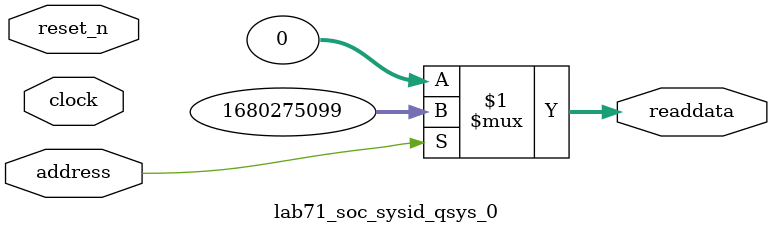
<source format=v>



// synthesis translate_off
`timescale 1ns / 1ps
// synthesis translate_on

// turn off superfluous verilog processor warnings 
// altera message_level Level1 
// altera message_off 10034 10035 10036 10037 10230 10240 10030 

module lab71_soc_sysid_qsys_0 (
               // inputs:
                address,
                clock,
                reset_n,

               // outputs:
                readdata
             )
;

  output  [ 31: 0] readdata;
  input            address;
  input            clock;
  input            reset_n;

  wire    [ 31: 0] readdata;
  //control_slave, which is an e_avalon_slave
  assign readdata = address ? 1680275099 : 0;

endmodule



</source>
